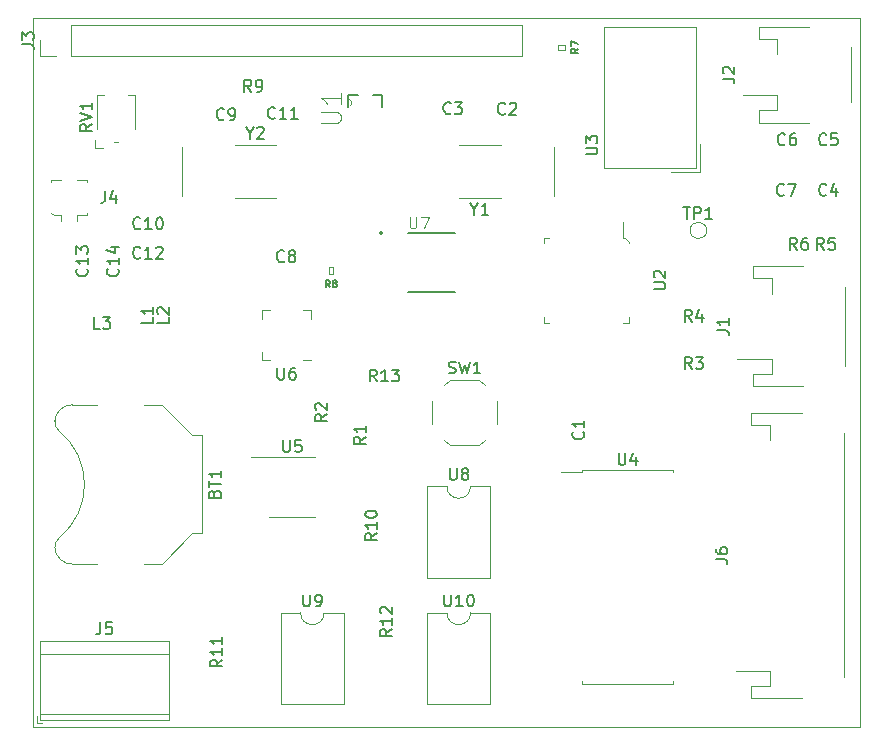
<source format=gto>
G04 #@! TF.GenerationSoftware,KiCad,Pcbnew,(5.1.2)-2*
G04 #@! TF.CreationDate,2019-08-06T20:33:04-04:00*
G04 #@! TF.ProjectId,Thermostat_Layout,54686572-6d6f-4737-9461-745f4c61796f,rev?*
G04 #@! TF.SameCoordinates,Original*
G04 #@! TF.FileFunction,Legend,Top*
G04 #@! TF.FilePolarity,Positive*
%FSLAX46Y46*%
G04 Gerber Fmt 4.6, Leading zero omitted, Abs format (unit mm)*
G04 Created by KiCad (PCBNEW (5.1.2)-2) date 2019-08-06 20:33:04*
%MOMM*%
%LPD*%
G04 APERTURE LIST*
%ADD10C,0.120000*%
%ADD11C,0.100000*%
%ADD12C,0.152400*%
%ADD13C,0.127000*%
%ADD14C,0.200000*%
%ADD15C,0.066040*%
%ADD16C,0.150000*%
%ADD17C,0.050000*%
G04 APERTURE END LIST*
D10*
X126400000Y-37700000D02*
X56400000Y-37700000D01*
X126400000Y-97700000D02*
X126400000Y-37700000D01*
X56400000Y-97700000D02*
X126400000Y-97700000D01*
X56400000Y-37700000D02*
X56400000Y-97700000D01*
X68950000Y-48650000D02*
X68950000Y-52750000D01*
X73450000Y-52930000D02*
X76950000Y-52930000D01*
X73450000Y-48470000D02*
X76950000Y-48470000D01*
X100450000Y-52750000D02*
X100450000Y-48650000D01*
X95950000Y-48470000D02*
X92450000Y-48470000D01*
X95950000Y-52930000D02*
X92450000Y-52930000D01*
D11*
X83052194Y-44595200D02*
G75*
G02X83179200Y-45179400I-1254J-306178D01*
G01*
D12*
X83052200Y-44595200D02*
X83052200Y-45255600D01*
X83052200Y-44239600D02*
X83052200Y-44595200D01*
X85947800Y-44239600D02*
X85109600Y-44239600D01*
X85947800Y-45255600D02*
X85947800Y-44239600D01*
X83890400Y-44239600D02*
X83052200Y-44239600D01*
D10*
X102840000Y-76185000D02*
X101025000Y-76185000D01*
X102840000Y-75940000D02*
X102840000Y-76185000D01*
X106700000Y-75940000D02*
X102840000Y-75940000D01*
X110560000Y-75940000D02*
X110560000Y-76185000D01*
X106700000Y-75940000D02*
X110560000Y-75940000D01*
X102840000Y-94060000D02*
X102840000Y-93815000D01*
X106700000Y-94060000D02*
X102840000Y-94060000D01*
X110560000Y-94060000D02*
X110560000Y-93815000D01*
X106700000Y-94060000D02*
X110560000Y-94060000D01*
X58215840Y-82614615D02*
G75*
G02X58600000Y-81700000I984160J124615D01*
G01*
X58215840Y-71785385D02*
G75*
G03X58600000Y-72700000I984160J-124615D01*
G01*
X58611329Y-81690661D02*
G75*
G03X58600000Y-72700000I-3711329J4490661D01*
G01*
X59750000Y-83950000D02*
G75*
G02X58200000Y-82500000I-50000J1500000D01*
G01*
X59750000Y-70450000D02*
G75*
G03X58200000Y-71900000I-50000J-1500000D01*
G01*
X61800000Y-83950000D02*
X59700000Y-83950000D01*
X61800000Y-70450000D02*
X59700000Y-70450000D01*
X65800000Y-70450000D02*
X67250000Y-70450000D01*
X67250000Y-70450000D02*
X69850000Y-73050000D01*
X69850000Y-73050000D02*
X70650000Y-73050000D01*
X70650000Y-73050000D02*
X70650000Y-81350000D01*
X70650000Y-81350000D02*
X69850000Y-81350000D01*
X69850000Y-81350000D02*
X67250000Y-83950000D01*
X67250000Y-83950000D02*
X65800000Y-83950000D01*
X113400000Y-55700000D02*
G75*
G03X113400000Y-55700000I-700000J0D01*
G01*
X91650000Y-68350000D02*
X94150000Y-68350000D01*
X90150000Y-70100000D02*
X90150000Y-72100000D01*
X91650000Y-73850000D02*
X94150000Y-73850000D01*
X95650000Y-70100000D02*
X95650000Y-72100000D01*
X91200000Y-68800000D02*
X91650000Y-68350000D01*
X94600000Y-68800000D02*
X94150000Y-68350000D01*
X94600000Y-73400000D02*
X94150000Y-73850000D01*
X91200000Y-73400000D02*
X91650000Y-73850000D01*
X95060000Y-88070000D02*
X93410000Y-88070000D01*
X95060000Y-95810000D02*
X95060000Y-88070000D01*
X89760000Y-95810000D02*
X95060000Y-95810000D01*
X89760000Y-88070000D02*
X89760000Y-95810000D01*
X91410000Y-88070000D02*
X89760000Y-88070000D01*
X93410000Y-88070000D02*
G75*
G02X91410000Y-88070000I-1000000J0D01*
G01*
X82660000Y-88070000D02*
X81010000Y-88070000D01*
X82660000Y-95810000D02*
X82660000Y-88070000D01*
X77360000Y-95810000D02*
X82660000Y-95810000D01*
X77360000Y-88070000D02*
X77360000Y-95810000D01*
X79010000Y-88070000D02*
X77360000Y-88070000D01*
X81010000Y-88070000D02*
G75*
G02X79010000Y-88070000I-1000000J0D01*
G01*
X95060000Y-77370000D02*
X93410000Y-77370000D01*
X95060000Y-85110000D02*
X95060000Y-77370000D01*
X89760000Y-85110000D02*
X95060000Y-85110000D01*
X89760000Y-77370000D02*
X89760000Y-85110000D01*
X91410000Y-77370000D02*
X89760000Y-77370000D01*
X93410000Y-77370000D02*
G75*
G02X91410000Y-77370000I-1000000J0D01*
G01*
D13*
X88106500Y-60920000D02*
X92093500Y-60920000D01*
X88106500Y-55880000D02*
X92093500Y-55880000D01*
D14*
X85925000Y-55905000D02*
G75*
G03X85925000Y-55905000I-100000J0D01*
G01*
D10*
X76440000Y-66685000D02*
X75715000Y-66685000D01*
X75715000Y-66685000D02*
X75715000Y-65960000D01*
X79210000Y-62465000D02*
X79935000Y-62465000D01*
X79935000Y-62465000D02*
X79935000Y-63190000D01*
X76440000Y-62465000D02*
X75715000Y-62465000D01*
X75715000Y-62465000D02*
X75715000Y-63190000D01*
X79210000Y-66685000D02*
X79935000Y-66685000D01*
X78300000Y-74840000D02*
X74850000Y-74840000D01*
X78300000Y-74840000D02*
X80250000Y-74840000D01*
X78300000Y-79960000D02*
X76350000Y-79960000D01*
X78300000Y-79960000D02*
X80250000Y-79960000D01*
X112850000Y-50750000D02*
X112850000Y-48420000D01*
X110400000Y-50750000D02*
X112850000Y-50750000D01*
X112520000Y-38480000D02*
X112520000Y-50420000D01*
X104670000Y-38480000D02*
X112520000Y-38480000D01*
X104670000Y-50420000D02*
X104670000Y-38480000D01*
X112520000Y-50420000D02*
X104670000Y-50420000D01*
D11*
X99600000Y-56300000D02*
X100050000Y-56300000D01*
X99600000Y-56300000D02*
X99600000Y-56750000D01*
X99600000Y-63500000D02*
X99600000Y-63050000D01*
X99600000Y-63500000D02*
X100050000Y-63500000D01*
X106800000Y-63500000D02*
X106350000Y-63500000D01*
X106800000Y-63500000D02*
X106800000Y-63050000D01*
X106350000Y-56300000D02*
X106350000Y-55000000D01*
X106450000Y-56300000D02*
X106350000Y-56300000D01*
X106800000Y-56650000D02*
X106450000Y-56300000D01*
X106800000Y-56750000D02*
X106800000Y-56650000D01*
D10*
X63200000Y-48200000D02*
X63600000Y-48200000D01*
X61800000Y-47100000D02*
X61800000Y-44200000D01*
X61800000Y-44200000D02*
X62400000Y-44200000D01*
X65000000Y-47100000D02*
X65000000Y-44200000D01*
X65000000Y-44200000D02*
X64400000Y-44200000D01*
X61600000Y-48000000D02*
X61600000Y-48700000D01*
X61600000Y-48700000D02*
X62300000Y-48700000D01*
D15*
X81798120Y-58800280D02*
X81401880Y-58800280D01*
X81401880Y-58800280D02*
X81401880Y-59399720D01*
X81798120Y-59399720D02*
X81401880Y-59399720D01*
X81798120Y-58800280D02*
X81798120Y-59399720D01*
X100800280Y-40001880D02*
X100800280Y-40398120D01*
X100800280Y-40398120D02*
X101399720Y-40398120D01*
X101399720Y-40001880D02*
X101399720Y-40398120D01*
X100800280Y-40001880D02*
X101399720Y-40001880D01*
D10*
X125010000Y-93540000D02*
X125010000Y-72860000D01*
X118790000Y-72160000D02*
X118790000Y-73440000D01*
X117190000Y-72160000D02*
X118790000Y-72160000D01*
X117190000Y-71140000D02*
X117190000Y-72160000D01*
X121440000Y-71140000D02*
X117190000Y-71140000D01*
X118790000Y-92960000D02*
X115900000Y-92960000D01*
X118790000Y-94240000D02*
X118790000Y-92960000D01*
X117190000Y-94240000D02*
X118790000Y-94240000D01*
X117190000Y-95260000D02*
X117190000Y-94240000D01*
X121440000Y-95260000D02*
X117190000Y-95260000D01*
X56980000Y-96650000D02*
X67841000Y-96650000D01*
X56980000Y-91550000D02*
X67841000Y-91550000D01*
X56980000Y-90430000D02*
X67841000Y-90430000D01*
X56980000Y-97170000D02*
X67841000Y-97170000D01*
X56980000Y-90430000D02*
X56980000Y-97170000D01*
X67841000Y-90430000D02*
X67841000Y-97170000D01*
X56740000Y-96770000D02*
X56740000Y-97410000D01*
X56740000Y-97410000D02*
X57140000Y-97410000D01*
X60100000Y-54400000D02*
X60100000Y-54900000D01*
X58700000Y-54400000D02*
X58700000Y-54900000D01*
X58700000Y-54400000D02*
X58100000Y-54400000D01*
X58100000Y-54400000D02*
X57900000Y-54200000D01*
X60900000Y-54200000D02*
X60900000Y-54400000D01*
X60900000Y-54400000D02*
X60100000Y-54400000D01*
X60100000Y-51400000D02*
X60900000Y-51400000D01*
X60900000Y-51400000D02*
X60900000Y-51600000D01*
X57900000Y-51600000D02*
X57900000Y-51400000D01*
X57900000Y-51400000D02*
X58700000Y-51400000D01*
X56970000Y-40930000D02*
X56970000Y-39600000D01*
X58300000Y-40930000D02*
X56970000Y-40930000D01*
X59570000Y-40930000D02*
X59570000Y-38270000D01*
X59570000Y-38270000D02*
X97730000Y-38270000D01*
X59570000Y-40930000D02*
X97730000Y-40930000D01*
X97730000Y-40930000D02*
X97730000Y-38270000D01*
X125610000Y-44840000D02*
X125610000Y-40160000D01*
X119390000Y-39460000D02*
X119390000Y-40740000D01*
X117790000Y-39460000D02*
X119390000Y-39460000D01*
X117790000Y-38440000D02*
X117790000Y-39460000D01*
X122040000Y-38440000D02*
X117790000Y-38440000D01*
X119390000Y-44260000D02*
X116500000Y-44260000D01*
X119390000Y-45540000D02*
X119390000Y-44260000D01*
X117790000Y-45540000D02*
X119390000Y-45540000D01*
X117790000Y-46560000D02*
X117790000Y-45540000D01*
X122040000Y-46560000D02*
X117790000Y-46560000D01*
X125110000Y-67140000D02*
X125110000Y-60460000D01*
X118890000Y-59760000D02*
X118890000Y-61040000D01*
X117290000Y-59760000D02*
X118890000Y-59760000D01*
X117290000Y-58740000D02*
X117290000Y-59760000D01*
X121540000Y-58740000D02*
X117290000Y-58740000D01*
X118890000Y-66560000D02*
X116000000Y-66560000D01*
X118890000Y-67840000D02*
X118890000Y-66560000D01*
X117290000Y-67840000D02*
X118890000Y-67840000D01*
X117290000Y-68860000D02*
X117290000Y-67840000D01*
X121540000Y-68860000D02*
X117290000Y-68860000D01*
D16*
X74723809Y-47446190D02*
X74723809Y-47922380D01*
X74390476Y-46922380D02*
X74723809Y-47446190D01*
X75057142Y-46922380D01*
X75342857Y-47017619D02*
X75390476Y-46970000D01*
X75485714Y-46922380D01*
X75723809Y-46922380D01*
X75819047Y-46970000D01*
X75866666Y-47017619D01*
X75914285Y-47112857D01*
X75914285Y-47208095D01*
X75866666Y-47350952D01*
X75295238Y-47922380D01*
X75914285Y-47922380D01*
X93723809Y-53906190D02*
X93723809Y-54382380D01*
X93390476Y-53382380D02*
X93723809Y-53906190D01*
X94057142Y-53382380D01*
X94914285Y-54382380D02*
X94342857Y-54382380D01*
X94628571Y-54382380D02*
X94628571Y-53382380D01*
X94533333Y-53525238D01*
X94438095Y-53620476D01*
X94342857Y-53668095D01*
D17*
X80778051Y-46608767D02*
X82107257Y-46608767D01*
X82263634Y-46530578D01*
X82341822Y-46452390D01*
X82420011Y-46296012D01*
X82420011Y-45983258D01*
X82341822Y-45826881D01*
X82263634Y-45748692D01*
X82107257Y-45670504D01*
X80778051Y-45670504D01*
X82420011Y-44028544D02*
X82420011Y-44966807D01*
X82420011Y-44497675D02*
X80778051Y-44497675D01*
X81012617Y-44654052D01*
X81168994Y-44810430D01*
X81247182Y-44966807D01*
D16*
X105938095Y-74552380D02*
X105938095Y-75361904D01*
X105985714Y-75457142D01*
X106033333Y-75504761D01*
X106128571Y-75552380D01*
X106319047Y-75552380D01*
X106414285Y-75504761D01*
X106461904Y-75457142D01*
X106509523Y-75361904D01*
X106509523Y-74552380D01*
X107414285Y-74885714D02*
X107414285Y-75552380D01*
X107176190Y-74504761D02*
X106938095Y-75219047D01*
X107557142Y-75219047D01*
X71728571Y-77985714D02*
X71776190Y-77842857D01*
X71823809Y-77795238D01*
X71919047Y-77747619D01*
X72061904Y-77747619D01*
X72157142Y-77795238D01*
X72204761Y-77842857D01*
X72252380Y-77938095D01*
X72252380Y-78319047D01*
X71252380Y-78319047D01*
X71252380Y-77985714D01*
X71300000Y-77890476D01*
X71347619Y-77842857D01*
X71442857Y-77795238D01*
X71538095Y-77795238D01*
X71633333Y-77842857D01*
X71680952Y-77890476D01*
X71728571Y-77985714D01*
X71728571Y-78319047D01*
X71252380Y-77461904D02*
X71252380Y-76890476D01*
X72252380Y-77176190D02*
X71252380Y-77176190D01*
X72252380Y-76033333D02*
X72252380Y-76604761D01*
X72252380Y-76319047D02*
X71252380Y-76319047D01*
X71395238Y-76414285D01*
X71490476Y-76509523D01*
X71538095Y-76604761D01*
X102927142Y-72751666D02*
X102974761Y-72799285D01*
X103022380Y-72942142D01*
X103022380Y-73037380D01*
X102974761Y-73180238D01*
X102879523Y-73275476D01*
X102784285Y-73323095D01*
X102593809Y-73370714D01*
X102450952Y-73370714D01*
X102260476Y-73323095D01*
X102165238Y-73275476D01*
X102070000Y-73180238D01*
X102022380Y-73037380D01*
X102022380Y-72942142D01*
X102070000Y-72799285D01*
X102117619Y-72751666D01*
X103022380Y-71799285D02*
X103022380Y-72370714D01*
X103022380Y-72085000D02*
X102022380Y-72085000D01*
X102165238Y-72180238D01*
X102260476Y-72275476D01*
X102308095Y-72370714D01*
X111438095Y-53704380D02*
X112009523Y-53704380D01*
X111723809Y-54704380D02*
X111723809Y-53704380D01*
X112342857Y-54704380D02*
X112342857Y-53704380D01*
X112723809Y-53704380D01*
X112819047Y-53752000D01*
X112866666Y-53799619D01*
X112914285Y-53894857D01*
X112914285Y-54037714D01*
X112866666Y-54132952D01*
X112819047Y-54180571D01*
X112723809Y-54228190D01*
X112342857Y-54228190D01*
X113866666Y-54704380D02*
X113295238Y-54704380D01*
X113580952Y-54704380D02*
X113580952Y-53704380D01*
X113485714Y-53847238D01*
X113390476Y-53942476D01*
X113295238Y-53990095D01*
X91566666Y-67754761D02*
X91709523Y-67802380D01*
X91947619Y-67802380D01*
X92042857Y-67754761D01*
X92090476Y-67707142D01*
X92138095Y-67611904D01*
X92138095Y-67516666D01*
X92090476Y-67421428D01*
X92042857Y-67373809D01*
X91947619Y-67326190D01*
X91757142Y-67278571D01*
X91661904Y-67230952D01*
X91614285Y-67183333D01*
X91566666Y-67088095D01*
X91566666Y-66992857D01*
X91614285Y-66897619D01*
X91661904Y-66850000D01*
X91757142Y-66802380D01*
X91995238Y-66802380D01*
X92138095Y-66850000D01*
X92471428Y-66802380D02*
X92709523Y-67802380D01*
X92900000Y-67088095D01*
X93090476Y-67802380D01*
X93328571Y-66802380D01*
X94233333Y-67802380D02*
X93661904Y-67802380D01*
X93947619Y-67802380D02*
X93947619Y-66802380D01*
X93852380Y-66945238D01*
X93757142Y-67040476D01*
X93661904Y-67088095D01*
X85457142Y-68482380D02*
X85123809Y-68006190D01*
X84885714Y-68482380D02*
X84885714Y-67482380D01*
X85266666Y-67482380D01*
X85361904Y-67530000D01*
X85409523Y-67577619D01*
X85457142Y-67672857D01*
X85457142Y-67815714D01*
X85409523Y-67910952D01*
X85361904Y-67958571D01*
X85266666Y-68006190D01*
X84885714Y-68006190D01*
X86409523Y-68482380D02*
X85838095Y-68482380D01*
X86123809Y-68482380D02*
X86123809Y-67482380D01*
X86028571Y-67625238D01*
X85933333Y-67720476D01*
X85838095Y-67768095D01*
X86742857Y-67482380D02*
X87361904Y-67482380D01*
X87028571Y-67863333D01*
X87171428Y-67863333D01*
X87266666Y-67910952D01*
X87314285Y-67958571D01*
X87361904Y-68053809D01*
X87361904Y-68291904D01*
X87314285Y-68387142D01*
X87266666Y-68434761D01*
X87171428Y-68482380D01*
X86885714Y-68482380D01*
X86790476Y-68434761D01*
X86742857Y-68387142D01*
X91171904Y-86522380D02*
X91171904Y-87331904D01*
X91219523Y-87427142D01*
X91267142Y-87474761D01*
X91362380Y-87522380D01*
X91552857Y-87522380D01*
X91648095Y-87474761D01*
X91695714Y-87427142D01*
X91743333Y-87331904D01*
X91743333Y-86522380D01*
X92743333Y-87522380D02*
X92171904Y-87522380D01*
X92457619Y-87522380D02*
X92457619Y-86522380D01*
X92362380Y-86665238D01*
X92267142Y-86760476D01*
X92171904Y-86808095D01*
X93362380Y-86522380D02*
X93457619Y-86522380D01*
X93552857Y-86570000D01*
X93600476Y-86617619D01*
X93648095Y-86712857D01*
X93695714Y-86903333D01*
X93695714Y-87141428D01*
X93648095Y-87331904D01*
X93600476Y-87427142D01*
X93552857Y-87474761D01*
X93457619Y-87522380D01*
X93362380Y-87522380D01*
X93267142Y-87474761D01*
X93219523Y-87427142D01*
X93171904Y-87331904D01*
X93124285Y-87141428D01*
X93124285Y-86903333D01*
X93171904Y-86712857D01*
X93219523Y-86617619D01*
X93267142Y-86570000D01*
X93362380Y-86522380D01*
X79248095Y-86522380D02*
X79248095Y-87331904D01*
X79295714Y-87427142D01*
X79343333Y-87474761D01*
X79438571Y-87522380D01*
X79629047Y-87522380D01*
X79724285Y-87474761D01*
X79771904Y-87427142D01*
X79819523Y-87331904D01*
X79819523Y-86522380D01*
X80343333Y-87522380D02*
X80533809Y-87522380D01*
X80629047Y-87474761D01*
X80676666Y-87427142D01*
X80771904Y-87284285D01*
X80819523Y-87093809D01*
X80819523Y-86712857D01*
X80771904Y-86617619D01*
X80724285Y-86570000D01*
X80629047Y-86522380D01*
X80438571Y-86522380D01*
X80343333Y-86570000D01*
X80295714Y-86617619D01*
X80248095Y-86712857D01*
X80248095Y-86950952D01*
X80295714Y-87046190D01*
X80343333Y-87093809D01*
X80438571Y-87141428D01*
X80629047Y-87141428D01*
X80724285Y-87093809D01*
X80771904Y-87046190D01*
X80819523Y-86950952D01*
X91648095Y-75822380D02*
X91648095Y-76631904D01*
X91695714Y-76727142D01*
X91743333Y-76774761D01*
X91838571Y-76822380D01*
X92029047Y-76822380D01*
X92124285Y-76774761D01*
X92171904Y-76727142D01*
X92219523Y-76631904D01*
X92219523Y-75822380D01*
X92838571Y-76250952D02*
X92743333Y-76203333D01*
X92695714Y-76155714D01*
X92648095Y-76060476D01*
X92648095Y-76012857D01*
X92695714Y-75917619D01*
X92743333Y-75870000D01*
X92838571Y-75822380D01*
X93029047Y-75822380D01*
X93124285Y-75870000D01*
X93171904Y-75917619D01*
X93219523Y-76012857D01*
X93219523Y-76060476D01*
X93171904Y-76155714D01*
X93124285Y-76203333D01*
X93029047Y-76250952D01*
X92838571Y-76250952D01*
X92743333Y-76298571D01*
X92695714Y-76346190D01*
X92648095Y-76441428D01*
X92648095Y-76631904D01*
X92695714Y-76727142D01*
X92743333Y-76774761D01*
X92838571Y-76822380D01*
X93029047Y-76822380D01*
X93124285Y-76774761D01*
X93171904Y-76727142D01*
X93219523Y-76631904D01*
X93219523Y-76441428D01*
X93171904Y-76346190D01*
X93124285Y-76298571D01*
X93029047Y-76250952D01*
D17*
X88244595Y-54520380D02*
X88244595Y-55329904D01*
X88292214Y-55425142D01*
X88339833Y-55472761D01*
X88435071Y-55520380D01*
X88625547Y-55520380D01*
X88720785Y-55472761D01*
X88768404Y-55425142D01*
X88816023Y-55329904D01*
X88816023Y-54520380D01*
X89196976Y-54520380D02*
X89863642Y-54520380D01*
X89435071Y-55520380D01*
D16*
X77063095Y-67327380D02*
X77063095Y-68136904D01*
X77110714Y-68232142D01*
X77158333Y-68279761D01*
X77253571Y-68327380D01*
X77444047Y-68327380D01*
X77539285Y-68279761D01*
X77586904Y-68232142D01*
X77634523Y-68136904D01*
X77634523Y-67327380D01*
X78539285Y-67327380D02*
X78348809Y-67327380D01*
X78253571Y-67375000D01*
X78205952Y-67422619D01*
X78110714Y-67565476D01*
X78063095Y-67755952D01*
X78063095Y-68136904D01*
X78110714Y-68232142D01*
X78158333Y-68279761D01*
X78253571Y-68327380D01*
X78444047Y-68327380D01*
X78539285Y-68279761D01*
X78586904Y-68232142D01*
X78634523Y-68136904D01*
X78634523Y-67898809D01*
X78586904Y-67803571D01*
X78539285Y-67755952D01*
X78444047Y-67708333D01*
X78253571Y-67708333D01*
X78158333Y-67755952D01*
X78110714Y-67803571D01*
X78063095Y-67898809D01*
X77538095Y-73452380D02*
X77538095Y-74261904D01*
X77585714Y-74357142D01*
X77633333Y-74404761D01*
X77728571Y-74452380D01*
X77919047Y-74452380D01*
X78014285Y-74404761D01*
X78061904Y-74357142D01*
X78109523Y-74261904D01*
X78109523Y-73452380D01*
X79061904Y-73452380D02*
X78585714Y-73452380D01*
X78538095Y-73928571D01*
X78585714Y-73880952D01*
X78680952Y-73833333D01*
X78919047Y-73833333D01*
X79014285Y-73880952D01*
X79061904Y-73928571D01*
X79109523Y-74023809D01*
X79109523Y-74261904D01*
X79061904Y-74357142D01*
X79014285Y-74404761D01*
X78919047Y-74452380D01*
X78680952Y-74452380D01*
X78585714Y-74404761D01*
X78538095Y-74357142D01*
X103142380Y-49261904D02*
X103951904Y-49261904D01*
X104047142Y-49214285D01*
X104094761Y-49166666D01*
X104142380Y-49071428D01*
X104142380Y-48880952D01*
X104094761Y-48785714D01*
X104047142Y-48738095D01*
X103951904Y-48690476D01*
X103142380Y-48690476D01*
X103142380Y-48309523D02*
X103142380Y-47690476D01*
X103523333Y-48023809D01*
X103523333Y-47880952D01*
X103570952Y-47785714D01*
X103618571Y-47738095D01*
X103713809Y-47690476D01*
X103951904Y-47690476D01*
X104047142Y-47738095D01*
X104094761Y-47785714D01*
X104142380Y-47880952D01*
X104142380Y-48166666D01*
X104094761Y-48261904D01*
X104047142Y-48309523D01*
X108902380Y-60661904D02*
X109711904Y-60661904D01*
X109807142Y-60614285D01*
X109854761Y-60566666D01*
X109902380Y-60471428D01*
X109902380Y-60280952D01*
X109854761Y-60185714D01*
X109807142Y-60138095D01*
X109711904Y-60090476D01*
X108902380Y-60090476D01*
X108997619Y-59661904D02*
X108950000Y-59614285D01*
X108902380Y-59519047D01*
X108902380Y-59280952D01*
X108950000Y-59185714D01*
X108997619Y-59138095D01*
X109092857Y-59090476D01*
X109188095Y-59090476D01*
X109330952Y-59138095D01*
X109902380Y-59709523D01*
X109902380Y-59090476D01*
X61352380Y-46695238D02*
X60876190Y-47028571D01*
X61352380Y-47266666D02*
X60352380Y-47266666D01*
X60352380Y-46885714D01*
X60400000Y-46790476D01*
X60447619Y-46742857D01*
X60542857Y-46695238D01*
X60685714Y-46695238D01*
X60780952Y-46742857D01*
X60828571Y-46790476D01*
X60876190Y-46885714D01*
X60876190Y-47266666D01*
X60352380Y-46409523D02*
X61352380Y-46076190D01*
X60352380Y-45742857D01*
X61352380Y-44885714D02*
X61352380Y-45457142D01*
X61352380Y-45171428D02*
X60352380Y-45171428D01*
X60495238Y-45266666D01*
X60590476Y-45361904D01*
X60638095Y-45457142D01*
X86752380Y-89442857D02*
X86276190Y-89776190D01*
X86752380Y-90014285D02*
X85752380Y-90014285D01*
X85752380Y-89633333D01*
X85800000Y-89538095D01*
X85847619Y-89490476D01*
X85942857Y-89442857D01*
X86085714Y-89442857D01*
X86180952Y-89490476D01*
X86228571Y-89538095D01*
X86276190Y-89633333D01*
X86276190Y-90014285D01*
X86752380Y-88490476D02*
X86752380Y-89061904D01*
X86752380Y-88776190D02*
X85752380Y-88776190D01*
X85895238Y-88871428D01*
X85990476Y-88966666D01*
X86038095Y-89061904D01*
X85847619Y-88109523D02*
X85800000Y-88061904D01*
X85752380Y-87966666D01*
X85752380Y-87728571D01*
X85800000Y-87633333D01*
X85847619Y-87585714D01*
X85942857Y-87538095D01*
X86038095Y-87538095D01*
X86180952Y-87585714D01*
X86752380Y-88157142D01*
X86752380Y-87538095D01*
X72382380Y-92042857D02*
X71906190Y-92376190D01*
X72382380Y-92614285D02*
X71382380Y-92614285D01*
X71382380Y-92233333D01*
X71430000Y-92138095D01*
X71477619Y-92090476D01*
X71572857Y-92042857D01*
X71715714Y-92042857D01*
X71810952Y-92090476D01*
X71858571Y-92138095D01*
X71906190Y-92233333D01*
X71906190Y-92614285D01*
X72382380Y-91090476D02*
X72382380Y-91661904D01*
X72382380Y-91376190D02*
X71382380Y-91376190D01*
X71525238Y-91471428D01*
X71620476Y-91566666D01*
X71668095Y-91661904D01*
X72382380Y-90138095D02*
X72382380Y-90709523D01*
X72382380Y-90423809D02*
X71382380Y-90423809D01*
X71525238Y-90519047D01*
X71620476Y-90614285D01*
X71668095Y-90709523D01*
X85482380Y-81342857D02*
X85006190Y-81676190D01*
X85482380Y-81914285D02*
X84482380Y-81914285D01*
X84482380Y-81533333D01*
X84530000Y-81438095D01*
X84577619Y-81390476D01*
X84672857Y-81342857D01*
X84815714Y-81342857D01*
X84910952Y-81390476D01*
X84958571Y-81438095D01*
X85006190Y-81533333D01*
X85006190Y-81914285D01*
X85482380Y-80390476D02*
X85482380Y-80961904D01*
X85482380Y-80676190D02*
X84482380Y-80676190D01*
X84625238Y-80771428D01*
X84720476Y-80866666D01*
X84768095Y-80961904D01*
X84482380Y-79771428D02*
X84482380Y-79676190D01*
X84530000Y-79580952D01*
X84577619Y-79533333D01*
X84672857Y-79485714D01*
X84863333Y-79438095D01*
X85101428Y-79438095D01*
X85291904Y-79485714D01*
X85387142Y-79533333D01*
X85434761Y-79580952D01*
X85482380Y-79676190D01*
X85482380Y-79771428D01*
X85434761Y-79866666D01*
X85387142Y-79914285D01*
X85291904Y-79961904D01*
X85101428Y-80009523D01*
X84863333Y-80009523D01*
X84672857Y-79961904D01*
X84577619Y-79914285D01*
X84530000Y-79866666D01*
X84482380Y-79771428D01*
X74833333Y-43952380D02*
X74500000Y-43476190D01*
X74261904Y-43952380D02*
X74261904Y-42952380D01*
X74642857Y-42952380D01*
X74738095Y-43000000D01*
X74785714Y-43047619D01*
X74833333Y-43142857D01*
X74833333Y-43285714D01*
X74785714Y-43380952D01*
X74738095Y-43428571D01*
X74642857Y-43476190D01*
X74261904Y-43476190D01*
X75309523Y-43952380D02*
X75500000Y-43952380D01*
X75595238Y-43904761D01*
X75642857Y-43857142D01*
X75738095Y-43714285D01*
X75785714Y-43523809D01*
X75785714Y-43142857D01*
X75738095Y-43047619D01*
X75690476Y-43000000D01*
X75595238Y-42952380D01*
X75404761Y-42952380D01*
X75309523Y-43000000D01*
X75261904Y-43047619D01*
X75214285Y-43142857D01*
X75214285Y-43380952D01*
X75261904Y-43476190D01*
X75309523Y-43523809D01*
X75404761Y-43571428D01*
X75595238Y-43571428D01*
X75690476Y-43523809D01*
X75738095Y-43476190D01*
X75785714Y-43380952D01*
D13*
X81498400Y-60518771D02*
X81295200Y-60228485D01*
X81150057Y-60518771D02*
X81150057Y-59909171D01*
X81382285Y-59909171D01*
X81440342Y-59938200D01*
X81469371Y-59967228D01*
X81498400Y-60025285D01*
X81498400Y-60112371D01*
X81469371Y-60170428D01*
X81440342Y-60199457D01*
X81382285Y-60228485D01*
X81150057Y-60228485D01*
X81846742Y-60170428D02*
X81788685Y-60141400D01*
X81759657Y-60112371D01*
X81730628Y-60054314D01*
X81730628Y-60025285D01*
X81759657Y-59967228D01*
X81788685Y-59938200D01*
X81846742Y-59909171D01*
X81962857Y-59909171D01*
X82020914Y-59938200D01*
X82049942Y-59967228D01*
X82078971Y-60025285D01*
X82078971Y-60054314D01*
X82049942Y-60112371D01*
X82020914Y-60141400D01*
X81962857Y-60170428D01*
X81846742Y-60170428D01*
X81788685Y-60199457D01*
X81759657Y-60228485D01*
X81730628Y-60286542D01*
X81730628Y-60402657D01*
X81759657Y-60460714D01*
X81788685Y-60489742D01*
X81846742Y-60518771D01*
X81962857Y-60518771D01*
X82020914Y-60489742D01*
X82049942Y-60460714D01*
X82078971Y-60402657D01*
X82078971Y-60286542D01*
X82049942Y-60228485D01*
X82020914Y-60199457D01*
X81962857Y-60170428D01*
X102518771Y-40301600D02*
X102228485Y-40504800D01*
X102518771Y-40649942D02*
X101909171Y-40649942D01*
X101909171Y-40417714D01*
X101938200Y-40359657D01*
X101967228Y-40330628D01*
X102025285Y-40301600D01*
X102112371Y-40301600D01*
X102170428Y-40330628D01*
X102199457Y-40359657D01*
X102228485Y-40417714D01*
X102228485Y-40649942D01*
X101909171Y-40098400D02*
X101909171Y-39692000D01*
X102518771Y-39953257D01*
D16*
X121033333Y-57322380D02*
X120700000Y-56846190D01*
X120461904Y-57322380D02*
X120461904Y-56322380D01*
X120842857Y-56322380D01*
X120938095Y-56370000D01*
X120985714Y-56417619D01*
X121033333Y-56512857D01*
X121033333Y-56655714D01*
X120985714Y-56750952D01*
X120938095Y-56798571D01*
X120842857Y-56846190D01*
X120461904Y-56846190D01*
X121890476Y-56322380D02*
X121700000Y-56322380D01*
X121604761Y-56370000D01*
X121557142Y-56417619D01*
X121461904Y-56560476D01*
X121414285Y-56750952D01*
X121414285Y-57131904D01*
X121461904Y-57227142D01*
X121509523Y-57274761D01*
X121604761Y-57322380D01*
X121795238Y-57322380D01*
X121890476Y-57274761D01*
X121938095Y-57227142D01*
X121985714Y-57131904D01*
X121985714Y-56893809D01*
X121938095Y-56798571D01*
X121890476Y-56750952D01*
X121795238Y-56703333D01*
X121604761Y-56703333D01*
X121509523Y-56750952D01*
X121461904Y-56798571D01*
X121414285Y-56893809D01*
X123333333Y-57322380D02*
X123000000Y-56846190D01*
X122761904Y-57322380D02*
X122761904Y-56322380D01*
X123142857Y-56322380D01*
X123238095Y-56370000D01*
X123285714Y-56417619D01*
X123333333Y-56512857D01*
X123333333Y-56655714D01*
X123285714Y-56750952D01*
X123238095Y-56798571D01*
X123142857Y-56846190D01*
X122761904Y-56846190D01*
X124238095Y-56322380D02*
X123761904Y-56322380D01*
X123714285Y-56798571D01*
X123761904Y-56750952D01*
X123857142Y-56703333D01*
X124095238Y-56703333D01*
X124190476Y-56750952D01*
X124238095Y-56798571D01*
X124285714Y-56893809D01*
X124285714Y-57131904D01*
X124238095Y-57227142D01*
X124190476Y-57274761D01*
X124095238Y-57322380D01*
X123857142Y-57322380D01*
X123761904Y-57274761D01*
X123714285Y-57227142D01*
X112133333Y-63422380D02*
X111800000Y-62946190D01*
X111561904Y-63422380D02*
X111561904Y-62422380D01*
X111942857Y-62422380D01*
X112038095Y-62470000D01*
X112085714Y-62517619D01*
X112133333Y-62612857D01*
X112133333Y-62755714D01*
X112085714Y-62850952D01*
X112038095Y-62898571D01*
X111942857Y-62946190D01*
X111561904Y-62946190D01*
X112990476Y-62755714D02*
X112990476Y-63422380D01*
X112752380Y-62374761D02*
X112514285Y-63089047D01*
X113133333Y-63089047D01*
X112133333Y-67422380D02*
X111800000Y-66946190D01*
X111561904Y-67422380D02*
X111561904Y-66422380D01*
X111942857Y-66422380D01*
X112038095Y-66470000D01*
X112085714Y-66517619D01*
X112133333Y-66612857D01*
X112133333Y-66755714D01*
X112085714Y-66850952D01*
X112038095Y-66898571D01*
X111942857Y-66946190D01*
X111561904Y-66946190D01*
X112466666Y-66422380D02*
X113085714Y-66422380D01*
X112752380Y-66803333D01*
X112895238Y-66803333D01*
X112990476Y-66850952D01*
X113038095Y-66898571D01*
X113085714Y-66993809D01*
X113085714Y-67231904D01*
X113038095Y-67327142D01*
X112990476Y-67374761D01*
X112895238Y-67422380D01*
X112609523Y-67422380D01*
X112514285Y-67374761D01*
X112466666Y-67327142D01*
X81252380Y-71266666D02*
X80776190Y-71600000D01*
X81252380Y-71838095D02*
X80252380Y-71838095D01*
X80252380Y-71457142D01*
X80300000Y-71361904D01*
X80347619Y-71314285D01*
X80442857Y-71266666D01*
X80585714Y-71266666D01*
X80680952Y-71314285D01*
X80728571Y-71361904D01*
X80776190Y-71457142D01*
X80776190Y-71838095D01*
X80347619Y-70885714D02*
X80300000Y-70838095D01*
X80252380Y-70742857D01*
X80252380Y-70504761D01*
X80300000Y-70409523D01*
X80347619Y-70361904D01*
X80442857Y-70314285D01*
X80538095Y-70314285D01*
X80680952Y-70361904D01*
X81252380Y-70933333D01*
X81252380Y-70314285D01*
X84522380Y-73166666D02*
X84046190Y-73500000D01*
X84522380Y-73738095D02*
X83522380Y-73738095D01*
X83522380Y-73357142D01*
X83570000Y-73261904D01*
X83617619Y-73214285D01*
X83712857Y-73166666D01*
X83855714Y-73166666D01*
X83950952Y-73214285D01*
X83998571Y-73261904D01*
X84046190Y-73357142D01*
X84046190Y-73738095D01*
X84522380Y-72214285D02*
X84522380Y-72785714D01*
X84522380Y-72500000D02*
X83522380Y-72500000D01*
X83665238Y-72595238D01*
X83760476Y-72690476D01*
X83808095Y-72785714D01*
X62033333Y-64022380D02*
X61557142Y-64022380D01*
X61557142Y-63022380D01*
X62271428Y-63022380D02*
X62890476Y-63022380D01*
X62557142Y-63403333D01*
X62700000Y-63403333D01*
X62795238Y-63450952D01*
X62842857Y-63498571D01*
X62890476Y-63593809D01*
X62890476Y-63831904D01*
X62842857Y-63927142D01*
X62795238Y-63974761D01*
X62700000Y-64022380D01*
X62414285Y-64022380D01*
X62319047Y-63974761D01*
X62271428Y-63927142D01*
X67882380Y-63066666D02*
X67882380Y-63542857D01*
X66882380Y-63542857D01*
X66977619Y-62780952D02*
X66930000Y-62733333D01*
X66882380Y-62638095D01*
X66882380Y-62400000D01*
X66930000Y-62304761D01*
X66977619Y-62257142D01*
X67072857Y-62209523D01*
X67168095Y-62209523D01*
X67310952Y-62257142D01*
X67882380Y-62828571D01*
X67882380Y-62209523D01*
X66522380Y-63066666D02*
X66522380Y-63542857D01*
X65522380Y-63542857D01*
X66522380Y-62209523D02*
X66522380Y-62780952D01*
X66522380Y-62495238D02*
X65522380Y-62495238D01*
X65665238Y-62590476D01*
X65760476Y-62685714D01*
X65808095Y-62780952D01*
X114152380Y-83533333D02*
X114866666Y-83533333D01*
X115009523Y-83580952D01*
X115104761Y-83676190D01*
X115152380Y-83819047D01*
X115152380Y-83914285D01*
X114152380Y-82628571D02*
X114152380Y-82819047D01*
X114200000Y-82914285D01*
X114247619Y-82961904D01*
X114390476Y-83057142D01*
X114580952Y-83104761D01*
X114961904Y-83104761D01*
X115057142Y-83057142D01*
X115104761Y-83009523D01*
X115152380Y-82914285D01*
X115152380Y-82723809D01*
X115104761Y-82628571D01*
X115057142Y-82580952D01*
X114961904Y-82533333D01*
X114723809Y-82533333D01*
X114628571Y-82580952D01*
X114580952Y-82628571D01*
X114533333Y-82723809D01*
X114533333Y-82914285D01*
X114580952Y-83009523D01*
X114628571Y-83057142D01*
X114723809Y-83104761D01*
X62076666Y-88882380D02*
X62076666Y-89596666D01*
X62029047Y-89739523D01*
X61933809Y-89834761D01*
X61790952Y-89882380D01*
X61695714Y-89882380D01*
X63029047Y-88882380D02*
X62552857Y-88882380D01*
X62505238Y-89358571D01*
X62552857Y-89310952D01*
X62648095Y-89263333D01*
X62886190Y-89263333D01*
X62981428Y-89310952D01*
X63029047Y-89358571D01*
X63076666Y-89453809D01*
X63076666Y-89691904D01*
X63029047Y-89787142D01*
X62981428Y-89834761D01*
X62886190Y-89882380D01*
X62648095Y-89882380D01*
X62552857Y-89834761D01*
X62505238Y-89787142D01*
X62466666Y-52352380D02*
X62466666Y-53066666D01*
X62419047Y-53209523D01*
X62323809Y-53304761D01*
X62180952Y-53352380D01*
X62085714Y-53352380D01*
X63371428Y-52685714D02*
X63371428Y-53352380D01*
X63133333Y-52304761D02*
X62895238Y-53019047D01*
X63514285Y-53019047D01*
X55422380Y-39933333D02*
X56136666Y-39933333D01*
X56279523Y-39980952D01*
X56374761Y-40076190D01*
X56422380Y-40219047D01*
X56422380Y-40314285D01*
X55422380Y-39552380D02*
X55422380Y-38933333D01*
X55803333Y-39266666D01*
X55803333Y-39123809D01*
X55850952Y-39028571D01*
X55898571Y-38980952D01*
X55993809Y-38933333D01*
X56231904Y-38933333D01*
X56327142Y-38980952D01*
X56374761Y-39028571D01*
X56422380Y-39123809D01*
X56422380Y-39409523D01*
X56374761Y-39504761D01*
X56327142Y-39552380D01*
X114752380Y-42833333D02*
X115466666Y-42833333D01*
X115609523Y-42880952D01*
X115704761Y-42976190D01*
X115752380Y-43119047D01*
X115752380Y-43214285D01*
X114847619Y-42404761D02*
X114800000Y-42357142D01*
X114752380Y-42261904D01*
X114752380Y-42023809D01*
X114800000Y-41928571D01*
X114847619Y-41880952D01*
X114942857Y-41833333D01*
X115038095Y-41833333D01*
X115180952Y-41880952D01*
X115752380Y-42452380D01*
X115752380Y-41833333D01*
X114252380Y-64133333D02*
X114966666Y-64133333D01*
X115109523Y-64180952D01*
X115204761Y-64276190D01*
X115252380Y-64419047D01*
X115252380Y-64514285D01*
X115252380Y-63133333D02*
X115252380Y-63704761D01*
X115252380Y-63419047D02*
X114252380Y-63419047D01*
X114395238Y-63514285D01*
X114490476Y-63609523D01*
X114538095Y-63704761D01*
X63527142Y-58942857D02*
X63574761Y-58990476D01*
X63622380Y-59133333D01*
X63622380Y-59228571D01*
X63574761Y-59371428D01*
X63479523Y-59466666D01*
X63384285Y-59514285D01*
X63193809Y-59561904D01*
X63050952Y-59561904D01*
X62860476Y-59514285D01*
X62765238Y-59466666D01*
X62670000Y-59371428D01*
X62622380Y-59228571D01*
X62622380Y-59133333D01*
X62670000Y-58990476D01*
X62717619Y-58942857D01*
X63622380Y-57990476D02*
X63622380Y-58561904D01*
X63622380Y-58276190D02*
X62622380Y-58276190D01*
X62765238Y-58371428D01*
X62860476Y-58466666D01*
X62908095Y-58561904D01*
X62955714Y-57133333D02*
X63622380Y-57133333D01*
X62574761Y-57371428D02*
X63289047Y-57609523D01*
X63289047Y-56990476D01*
X60927142Y-58942857D02*
X60974761Y-58990476D01*
X61022380Y-59133333D01*
X61022380Y-59228571D01*
X60974761Y-59371428D01*
X60879523Y-59466666D01*
X60784285Y-59514285D01*
X60593809Y-59561904D01*
X60450952Y-59561904D01*
X60260476Y-59514285D01*
X60165238Y-59466666D01*
X60070000Y-59371428D01*
X60022380Y-59228571D01*
X60022380Y-59133333D01*
X60070000Y-58990476D01*
X60117619Y-58942857D01*
X61022380Y-57990476D02*
X61022380Y-58561904D01*
X61022380Y-58276190D02*
X60022380Y-58276190D01*
X60165238Y-58371428D01*
X60260476Y-58466666D01*
X60308095Y-58561904D01*
X60022380Y-57657142D02*
X60022380Y-57038095D01*
X60403333Y-57371428D01*
X60403333Y-57228571D01*
X60450952Y-57133333D01*
X60498571Y-57085714D01*
X60593809Y-57038095D01*
X60831904Y-57038095D01*
X60927142Y-57085714D01*
X60974761Y-57133333D01*
X61022380Y-57228571D01*
X61022380Y-57514285D01*
X60974761Y-57609523D01*
X60927142Y-57657142D01*
X65457142Y-57987142D02*
X65409523Y-58034761D01*
X65266666Y-58082380D01*
X65171428Y-58082380D01*
X65028571Y-58034761D01*
X64933333Y-57939523D01*
X64885714Y-57844285D01*
X64838095Y-57653809D01*
X64838095Y-57510952D01*
X64885714Y-57320476D01*
X64933333Y-57225238D01*
X65028571Y-57130000D01*
X65171428Y-57082380D01*
X65266666Y-57082380D01*
X65409523Y-57130000D01*
X65457142Y-57177619D01*
X66409523Y-58082380D02*
X65838095Y-58082380D01*
X66123809Y-58082380D02*
X66123809Y-57082380D01*
X66028571Y-57225238D01*
X65933333Y-57320476D01*
X65838095Y-57368095D01*
X66790476Y-57177619D02*
X66838095Y-57130000D01*
X66933333Y-57082380D01*
X67171428Y-57082380D01*
X67266666Y-57130000D01*
X67314285Y-57177619D01*
X67361904Y-57272857D01*
X67361904Y-57368095D01*
X67314285Y-57510952D01*
X66742857Y-58082380D01*
X67361904Y-58082380D01*
X76857142Y-46157142D02*
X76809523Y-46204761D01*
X76666666Y-46252380D01*
X76571428Y-46252380D01*
X76428571Y-46204761D01*
X76333333Y-46109523D01*
X76285714Y-46014285D01*
X76238095Y-45823809D01*
X76238095Y-45680952D01*
X76285714Y-45490476D01*
X76333333Y-45395238D01*
X76428571Y-45300000D01*
X76571428Y-45252380D01*
X76666666Y-45252380D01*
X76809523Y-45300000D01*
X76857142Y-45347619D01*
X77809523Y-46252380D02*
X77238095Y-46252380D01*
X77523809Y-46252380D02*
X77523809Y-45252380D01*
X77428571Y-45395238D01*
X77333333Y-45490476D01*
X77238095Y-45538095D01*
X78761904Y-46252380D02*
X78190476Y-46252380D01*
X78476190Y-46252380D02*
X78476190Y-45252380D01*
X78380952Y-45395238D01*
X78285714Y-45490476D01*
X78190476Y-45538095D01*
X65457142Y-55487142D02*
X65409523Y-55534761D01*
X65266666Y-55582380D01*
X65171428Y-55582380D01*
X65028571Y-55534761D01*
X64933333Y-55439523D01*
X64885714Y-55344285D01*
X64838095Y-55153809D01*
X64838095Y-55010952D01*
X64885714Y-54820476D01*
X64933333Y-54725238D01*
X65028571Y-54630000D01*
X65171428Y-54582380D01*
X65266666Y-54582380D01*
X65409523Y-54630000D01*
X65457142Y-54677619D01*
X66409523Y-55582380D02*
X65838095Y-55582380D01*
X66123809Y-55582380D02*
X66123809Y-54582380D01*
X66028571Y-54725238D01*
X65933333Y-54820476D01*
X65838095Y-54868095D01*
X67028571Y-54582380D02*
X67123809Y-54582380D01*
X67219047Y-54630000D01*
X67266666Y-54677619D01*
X67314285Y-54772857D01*
X67361904Y-54963333D01*
X67361904Y-55201428D01*
X67314285Y-55391904D01*
X67266666Y-55487142D01*
X67219047Y-55534761D01*
X67123809Y-55582380D01*
X67028571Y-55582380D01*
X66933333Y-55534761D01*
X66885714Y-55487142D01*
X66838095Y-55391904D01*
X66790476Y-55201428D01*
X66790476Y-54963333D01*
X66838095Y-54772857D01*
X66885714Y-54677619D01*
X66933333Y-54630000D01*
X67028571Y-54582380D01*
X72533333Y-46257142D02*
X72485714Y-46304761D01*
X72342857Y-46352380D01*
X72247619Y-46352380D01*
X72104761Y-46304761D01*
X72009523Y-46209523D01*
X71961904Y-46114285D01*
X71914285Y-45923809D01*
X71914285Y-45780952D01*
X71961904Y-45590476D01*
X72009523Y-45495238D01*
X72104761Y-45400000D01*
X72247619Y-45352380D01*
X72342857Y-45352380D01*
X72485714Y-45400000D01*
X72533333Y-45447619D01*
X73009523Y-46352380D02*
X73200000Y-46352380D01*
X73295238Y-46304761D01*
X73342857Y-46257142D01*
X73438095Y-46114285D01*
X73485714Y-45923809D01*
X73485714Y-45542857D01*
X73438095Y-45447619D01*
X73390476Y-45400000D01*
X73295238Y-45352380D01*
X73104761Y-45352380D01*
X73009523Y-45400000D01*
X72961904Y-45447619D01*
X72914285Y-45542857D01*
X72914285Y-45780952D01*
X72961904Y-45876190D01*
X73009523Y-45923809D01*
X73104761Y-45971428D01*
X73295238Y-45971428D01*
X73390476Y-45923809D01*
X73438095Y-45876190D01*
X73485714Y-45780952D01*
X77633333Y-58287142D02*
X77585714Y-58334761D01*
X77442857Y-58382380D01*
X77347619Y-58382380D01*
X77204761Y-58334761D01*
X77109523Y-58239523D01*
X77061904Y-58144285D01*
X77014285Y-57953809D01*
X77014285Y-57810952D01*
X77061904Y-57620476D01*
X77109523Y-57525238D01*
X77204761Y-57430000D01*
X77347619Y-57382380D01*
X77442857Y-57382380D01*
X77585714Y-57430000D01*
X77633333Y-57477619D01*
X78204761Y-57810952D02*
X78109523Y-57763333D01*
X78061904Y-57715714D01*
X78014285Y-57620476D01*
X78014285Y-57572857D01*
X78061904Y-57477619D01*
X78109523Y-57430000D01*
X78204761Y-57382380D01*
X78395238Y-57382380D01*
X78490476Y-57430000D01*
X78538095Y-57477619D01*
X78585714Y-57572857D01*
X78585714Y-57620476D01*
X78538095Y-57715714D01*
X78490476Y-57763333D01*
X78395238Y-57810952D01*
X78204761Y-57810952D01*
X78109523Y-57858571D01*
X78061904Y-57906190D01*
X78014285Y-58001428D01*
X78014285Y-58191904D01*
X78061904Y-58287142D01*
X78109523Y-58334761D01*
X78204761Y-58382380D01*
X78395238Y-58382380D01*
X78490476Y-58334761D01*
X78538095Y-58287142D01*
X78585714Y-58191904D01*
X78585714Y-58001428D01*
X78538095Y-57906190D01*
X78490476Y-57858571D01*
X78395238Y-57810952D01*
X119933333Y-52657142D02*
X119885714Y-52704761D01*
X119742857Y-52752380D01*
X119647619Y-52752380D01*
X119504761Y-52704761D01*
X119409523Y-52609523D01*
X119361904Y-52514285D01*
X119314285Y-52323809D01*
X119314285Y-52180952D01*
X119361904Y-51990476D01*
X119409523Y-51895238D01*
X119504761Y-51800000D01*
X119647619Y-51752380D01*
X119742857Y-51752380D01*
X119885714Y-51800000D01*
X119933333Y-51847619D01*
X120266666Y-51752380D02*
X120933333Y-51752380D01*
X120504761Y-52752380D01*
X120033333Y-48387142D02*
X119985714Y-48434761D01*
X119842857Y-48482380D01*
X119747619Y-48482380D01*
X119604761Y-48434761D01*
X119509523Y-48339523D01*
X119461904Y-48244285D01*
X119414285Y-48053809D01*
X119414285Y-47910952D01*
X119461904Y-47720476D01*
X119509523Y-47625238D01*
X119604761Y-47530000D01*
X119747619Y-47482380D01*
X119842857Y-47482380D01*
X119985714Y-47530000D01*
X120033333Y-47577619D01*
X120890476Y-47482380D02*
X120700000Y-47482380D01*
X120604761Y-47530000D01*
X120557142Y-47577619D01*
X120461904Y-47720476D01*
X120414285Y-47910952D01*
X120414285Y-48291904D01*
X120461904Y-48387142D01*
X120509523Y-48434761D01*
X120604761Y-48482380D01*
X120795238Y-48482380D01*
X120890476Y-48434761D01*
X120938095Y-48387142D01*
X120985714Y-48291904D01*
X120985714Y-48053809D01*
X120938095Y-47958571D01*
X120890476Y-47910952D01*
X120795238Y-47863333D01*
X120604761Y-47863333D01*
X120509523Y-47910952D01*
X120461904Y-47958571D01*
X120414285Y-48053809D01*
X123533333Y-48387142D02*
X123485714Y-48434761D01*
X123342857Y-48482380D01*
X123247619Y-48482380D01*
X123104761Y-48434761D01*
X123009523Y-48339523D01*
X122961904Y-48244285D01*
X122914285Y-48053809D01*
X122914285Y-47910952D01*
X122961904Y-47720476D01*
X123009523Y-47625238D01*
X123104761Y-47530000D01*
X123247619Y-47482380D01*
X123342857Y-47482380D01*
X123485714Y-47530000D01*
X123533333Y-47577619D01*
X124438095Y-47482380D02*
X123961904Y-47482380D01*
X123914285Y-47958571D01*
X123961904Y-47910952D01*
X124057142Y-47863333D01*
X124295238Y-47863333D01*
X124390476Y-47910952D01*
X124438095Y-47958571D01*
X124485714Y-48053809D01*
X124485714Y-48291904D01*
X124438095Y-48387142D01*
X124390476Y-48434761D01*
X124295238Y-48482380D01*
X124057142Y-48482380D01*
X123961904Y-48434761D01*
X123914285Y-48387142D01*
X123533333Y-52657142D02*
X123485714Y-52704761D01*
X123342857Y-52752380D01*
X123247619Y-52752380D01*
X123104761Y-52704761D01*
X123009523Y-52609523D01*
X122961904Y-52514285D01*
X122914285Y-52323809D01*
X122914285Y-52180952D01*
X122961904Y-51990476D01*
X123009523Y-51895238D01*
X123104761Y-51800000D01*
X123247619Y-51752380D01*
X123342857Y-51752380D01*
X123485714Y-51800000D01*
X123533333Y-51847619D01*
X124390476Y-52085714D02*
X124390476Y-52752380D01*
X124152380Y-51704761D02*
X123914285Y-52419047D01*
X124533333Y-52419047D01*
X91733333Y-45757142D02*
X91685714Y-45804761D01*
X91542857Y-45852380D01*
X91447619Y-45852380D01*
X91304761Y-45804761D01*
X91209523Y-45709523D01*
X91161904Y-45614285D01*
X91114285Y-45423809D01*
X91114285Y-45280952D01*
X91161904Y-45090476D01*
X91209523Y-44995238D01*
X91304761Y-44900000D01*
X91447619Y-44852380D01*
X91542857Y-44852380D01*
X91685714Y-44900000D01*
X91733333Y-44947619D01*
X92066666Y-44852380D02*
X92685714Y-44852380D01*
X92352380Y-45233333D01*
X92495238Y-45233333D01*
X92590476Y-45280952D01*
X92638095Y-45328571D01*
X92685714Y-45423809D01*
X92685714Y-45661904D01*
X92638095Y-45757142D01*
X92590476Y-45804761D01*
X92495238Y-45852380D01*
X92209523Y-45852380D01*
X92114285Y-45804761D01*
X92066666Y-45757142D01*
X96333333Y-45787142D02*
X96285714Y-45834761D01*
X96142857Y-45882380D01*
X96047619Y-45882380D01*
X95904761Y-45834761D01*
X95809523Y-45739523D01*
X95761904Y-45644285D01*
X95714285Y-45453809D01*
X95714285Y-45310952D01*
X95761904Y-45120476D01*
X95809523Y-45025238D01*
X95904761Y-44930000D01*
X96047619Y-44882380D01*
X96142857Y-44882380D01*
X96285714Y-44930000D01*
X96333333Y-44977619D01*
X96714285Y-44977619D02*
X96761904Y-44930000D01*
X96857142Y-44882380D01*
X97095238Y-44882380D01*
X97190476Y-44930000D01*
X97238095Y-44977619D01*
X97285714Y-45072857D01*
X97285714Y-45168095D01*
X97238095Y-45310952D01*
X96666666Y-45882380D01*
X97285714Y-45882380D01*
M02*

</source>
